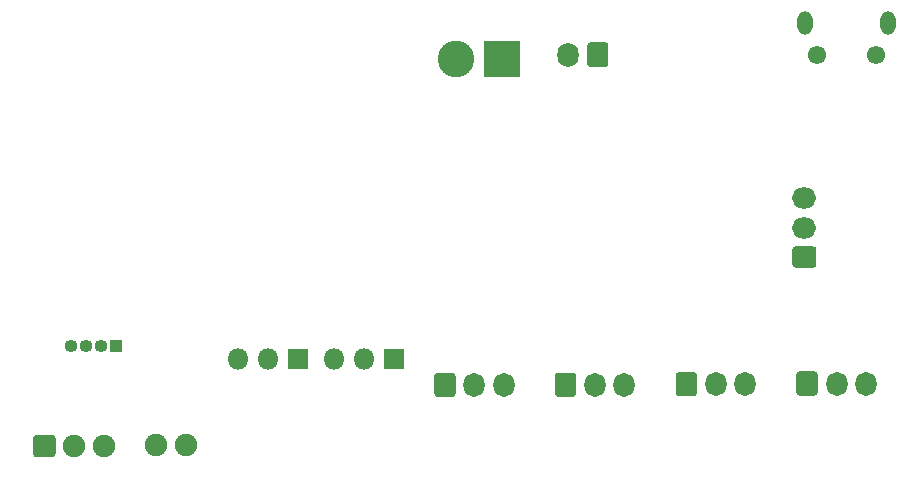
<source format=gbs>
G04 #@! TF.GenerationSoftware,KiCad,Pcbnew,(5.1.6)-1*
G04 #@! TF.CreationDate,2021-02-25T15:27:45+08:00*
G04 #@! TF.ProjectId,Light_detector_V1.0,4c696768-745f-4646-9574-6563746f725f,rev?*
G04 #@! TF.SameCoordinates,Original*
G04 #@! TF.FileFunction,Soldermask,Bot*
G04 #@! TF.FilePolarity,Negative*
%FSLAX46Y46*%
G04 Gerber Fmt 4.6, Leading zero omitted, Abs format (unit mm)*
G04 Created by KiCad (PCBNEW (5.1.6)-1) date 2021-02-25 15:27:45*
%MOMM*%
%LPD*%
G01*
G04 APERTURE LIST*
%ADD10O,1.800000X2.100000*%
%ADD11C,3.100000*%
%ADD12R,3.100000X3.100000*%
%ADD13C,1.900000*%
%ADD14O,1.800000X2.050000*%
%ADD15O,1.800000X1.800000*%
%ADD16R,1.800000X1.800000*%
%ADD17O,1.100000X1.100000*%
%ADD18R,1.100000X1.100000*%
%ADD19O,2.050000X1.800000*%
%ADD20O,1.300000X2.000000*%
%ADD21C,1.550000*%
G04 APERTURE END LIST*
D10*
X71856000Y-24699000D03*
G36*
G01*
X75256000Y-23913706D02*
X75256000Y-25484294D01*
G75*
G02*
X74991294Y-25749000I-264706J0D01*
G01*
X73720706Y-25749000D01*
G75*
G02*
X73456000Y-25484294I0J264706D01*
G01*
X73456000Y-23913706D01*
G75*
G02*
X73720706Y-23649000I264706J0D01*
G01*
X74991294Y-23649000D01*
G75*
G02*
X75256000Y-23913706I0J-264706D01*
G01*
G37*
D11*
X62348000Y-25080000D03*
D12*
X66228000Y-25080000D03*
D13*
X32573000Y-57846000D03*
X30033000Y-57846000D03*
G36*
G01*
X26543000Y-58531900D02*
X26543000Y-57160100D01*
G75*
G02*
X26807100Y-56896000I264100J0D01*
G01*
X28178900Y-56896000D01*
G75*
G02*
X28443000Y-57160100I0J-264100D01*
G01*
X28443000Y-58531900D01*
G75*
G02*
X28178900Y-58796000I-264100J0D01*
G01*
X26807100Y-58796000D01*
G75*
G02*
X26543000Y-58531900I0J264100D01*
G01*
G37*
D14*
X76612001Y-52641997D03*
X74112001Y-52641997D03*
G36*
G01*
X70712001Y-53402291D02*
X70712001Y-51881703D01*
G75*
G02*
X70976707Y-51616997I264706J0D01*
G01*
X72247295Y-51616997D01*
G75*
G02*
X72512001Y-51881703I0J-264706D01*
G01*
X72512001Y-53402291D01*
G75*
G02*
X72247295Y-53666997I-264706J0D01*
G01*
X70976707Y-53666997D01*
G75*
G02*
X70712001Y-53402291I0J264706D01*
G01*
G37*
D15*
X43876000Y-50480000D03*
X46416000Y-50480000D03*
D16*
X48956000Y-50480000D03*
D14*
X97073404Y-52544495D03*
X94573404Y-52544495D03*
G36*
G01*
X91173404Y-53304789D02*
X91173404Y-51784201D01*
G75*
G02*
X91438110Y-51519495I264706J0D01*
G01*
X92708698Y-51519495D01*
G75*
G02*
X92973404Y-51784201I0J-264706D01*
G01*
X92973404Y-53304789D01*
G75*
G02*
X92708698Y-53569495I-264706J0D01*
G01*
X91438110Y-53569495D01*
G75*
G02*
X91173404Y-53304789I0J264706D01*
G01*
G37*
X86861997Y-52591999D03*
X84361997Y-52591999D03*
G36*
G01*
X80961997Y-53352293D02*
X80961997Y-51831705D01*
G75*
G02*
X81226703Y-51566999I264706J0D01*
G01*
X82497291Y-51566999D01*
G75*
G02*
X82761997Y-51831705I0J-264706D01*
G01*
X82761997Y-53352293D01*
G75*
G02*
X82497291Y-53616999I-264706J0D01*
G01*
X81226703Y-53616999D01*
G75*
G02*
X80961997Y-53352293I0J264706D01*
G01*
G37*
X66412004Y-52667000D03*
X63912004Y-52667000D03*
G36*
G01*
X60512004Y-53427294D02*
X60512004Y-51906706D01*
G75*
G02*
X60776710Y-51642000I264706J0D01*
G01*
X62047298Y-51642000D01*
G75*
G02*
X62312004Y-51906706I0J-264706D01*
G01*
X62312004Y-53427294D01*
G75*
G02*
X62047298Y-53692000I-264706J0D01*
G01*
X60776710Y-53692000D01*
G75*
G02*
X60512004Y-53427294I0J264706D01*
G01*
G37*
D15*
X52004000Y-50480000D03*
X54544000Y-50480000D03*
D16*
X57084000Y-50480000D03*
D17*
X29718000Y-49403000D03*
X30988000Y-49403000D03*
X32258000Y-49403000D03*
D18*
X33528000Y-49403000D03*
D19*
X91840000Y-36840000D03*
X91840000Y-39340000D03*
G36*
G01*
X92600294Y-42740000D02*
X91079706Y-42740000D01*
G75*
G02*
X90815000Y-42475294I0J264706D01*
G01*
X90815000Y-41204706D01*
G75*
G02*
X91079706Y-40940000I264706J0D01*
G01*
X92600294Y-40940000D01*
G75*
G02*
X92865000Y-41204706I0J-264706D01*
G01*
X92865000Y-42475294D01*
G75*
G02*
X92600294Y-42740000I-264706J0D01*
G01*
G37*
D20*
X91907502Y-22018895D03*
X98907502Y-22018895D03*
D21*
X92907502Y-24718895D03*
X97907502Y-24718895D03*
D13*
X36977000Y-57785000D03*
X39477000Y-57785000D03*
M02*

</source>
